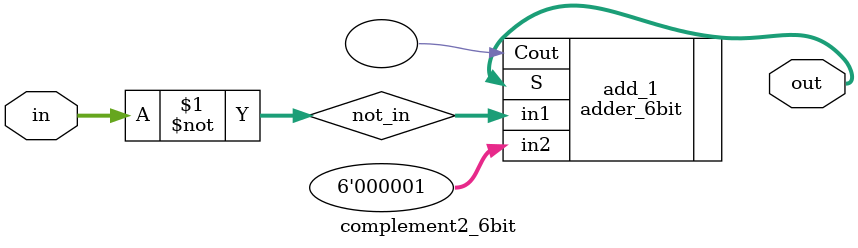
<source format=sv>


module complement2_48bit(in, out);

input	[47:0]	in;
output	[47:0]	out;

logic	[47:0]	not_in;

assign not_in = ~in;

adder_48bit add_1(.in1(not_in), .in2(48'd1), .S(out), .Cout());
endmodule

//////////////////////////////////////////////////////////////////////

module complement2_25bit(in, out);

input	[24:0]	in;
output	[24:0]	out;

logic	[24:0]	not_in;

assign not_in = ~in;

adder_25bit add_1(.in1(not_in), .in2(25'd1), .S(out), .Cout());
endmodule

///////////////////////////////////////////////////////////////////////

module complement2_10bit(in, out);

input	[9:0]	in;
output	[9:0]	out;

logic	[9:0]	not_in;

assign not_in = ~in;

adder_10bit add_1(.in1(not_in), .in2(10'd1), .S(out), .Cout());
endmodule

///////////////////////////////////////////////////////////////////////

module complement2_9bit(in, out);

input	[8:0]	in;
output	[8:0]	out;

logic	[8:0]	not_in;

assign not_in = ~in;

adder_9bit add_1(.in1(not_in), .in2(9'd1), .S(out), .Cout());
endmodule

///////////////////////////////////////////////////////////////////////

module complement2_8bit(in, out);

input	[7:0]	in;
output	[7:0]	out;

logic	[7:0]	not_in;

assign not_in = ~in;

adder_8bit add_1(.in1(not_in), .in2(8'd1), .S(out), .Cout());
endmodule

///////////////////////////////////////////////////////////////////////

module complement2_6bit(in, out);

input	[5:0]	in;
output	[5:0]	out;

logic	[5:0]	not_in;

assign not_in = ~in;

adder_6bit add_1(.in1(not_in), .in2(6'd1), .S(out), .Cout());
endmodule
</source>
